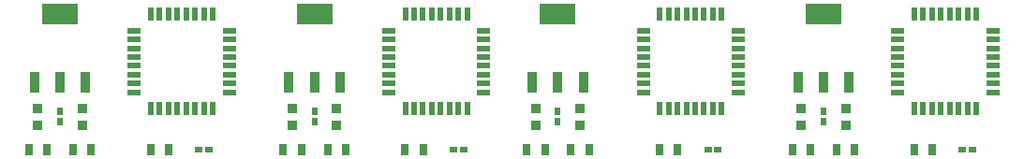
<source format=gbr>
G04 EAGLE Gerber RS-274X export*
G75*
%MOMM*%
%FSLAX34Y34*%
%LPD*%
%INSolderpaste Top*%
%IPPOS*%
%AMOC8*
5,1,8,0,0,1.08239X$1,22.5*%
G01*
G04 Define Apertures*
%ADD10R,0.897900X1.860300*%
%ADD11R,3.189100X1.860300*%
%ADD12R,0.970200X0.920900*%
%ADD13R,0.500000X0.700000*%
%ADD14R,0.798700X0.973900*%
%ADD15R,0.700000X0.500000*%
%ADD16R,1.270000X0.558800*%
%ADD17R,0.558800X1.270000*%
D10*
X97000Y191213D03*
X120000Y191213D03*
X143000Y191213D03*
D11*
X120000Y252713D03*
D12*
X100000Y152254D03*
X100000Y167746D03*
X140000Y167746D03*
X140000Y152254D03*
D13*
X120000Y164500D03*
X120000Y155500D03*
D14*
X108152Y130000D03*
X91848Y130000D03*
X148152Y130000D03*
X131848Y130000D03*
D10*
X327000Y191213D03*
X350000Y191213D03*
X373000Y191213D03*
D11*
X350000Y252713D03*
D12*
X330000Y152254D03*
X330000Y167746D03*
X370000Y167746D03*
X370000Y152254D03*
D13*
X350000Y164500D03*
X350000Y155500D03*
D14*
X338152Y130000D03*
X321848Y130000D03*
X378152Y130000D03*
X361848Y130000D03*
D10*
X547000Y191213D03*
X570000Y191213D03*
X593000Y191213D03*
D11*
X570000Y252713D03*
D12*
X550000Y152254D03*
X550000Y167746D03*
X590000Y167746D03*
X590000Y152254D03*
D13*
X570000Y155500D03*
X570000Y164500D03*
D14*
X558152Y130000D03*
X541848Y130000D03*
X598152Y130000D03*
X581848Y130000D03*
D10*
X787000Y191213D03*
X810000Y191213D03*
X833000Y191213D03*
D11*
X810000Y252713D03*
D12*
X790000Y152254D03*
X790000Y167746D03*
X830000Y167746D03*
X830000Y152254D03*
D13*
X810000Y155500D03*
X810000Y164500D03*
D14*
X781848Y130000D03*
X798152Y130000D03*
X838152Y130000D03*
X821848Y130000D03*
D15*
X254500Y130000D03*
X245500Y130000D03*
D14*
X201848Y130000D03*
X218152Y130000D03*
D15*
X484500Y130000D03*
X475500Y130000D03*
D14*
X431848Y130000D03*
X448152Y130000D03*
D15*
X714500Y130000D03*
X705500Y130000D03*
D14*
X661848Y130000D03*
X678152Y130000D03*
D15*
X944500Y130000D03*
X935500Y130000D03*
D14*
X891848Y130000D03*
X908152Y130000D03*
D16*
X187074Y238000D03*
X187074Y230000D03*
X187074Y222000D03*
X187074Y214000D03*
X187074Y206000D03*
X187074Y198000D03*
X187074Y190000D03*
X187074Y182000D03*
D17*
X202000Y167074D03*
X210000Y167074D03*
X218000Y167074D03*
X226000Y167074D03*
X234000Y167074D03*
X242000Y167074D03*
X250000Y167074D03*
X258000Y167074D03*
D16*
X272926Y182000D03*
X272926Y190000D03*
X272926Y198000D03*
X272926Y206000D03*
X272926Y214000D03*
X272926Y222000D03*
X272926Y230000D03*
X272926Y238000D03*
D17*
X258000Y252926D03*
X250000Y252926D03*
X242000Y252926D03*
X234000Y252926D03*
X226000Y252926D03*
X218000Y252926D03*
X210000Y252926D03*
X202000Y252926D03*
D16*
X417074Y238000D03*
X417074Y230000D03*
X417074Y222000D03*
X417074Y214000D03*
X417074Y206000D03*
X417074Y198000D03*
X417074Y190000D03*
X417074Y182000D03*
D17*
X432000Y167074D03*
X440000Y167074D03*
X448000Y167074D03*
X456000Y167074D03*
X464000Y167074D03*
X472000Y167074D03*
X480000Y167074D03*
X488000Y167074D03*
D16*
X502926Y182000D03*
X502926Y190000D03*
X502926Y198000D03*
X502926Y206000D03*
X502926Y214000D03*
X502926Y222000D03*
X502926Y230000D03*
X502926Y238000D03*
D17*
X488000Y252926D03*
X480000Y252926D03*
X472000Y252926D03*
X464000Y252926D03*
X456000Y252926D03*
X448000Y252926D03*
X440000Y252926D03*
X432000Y252926D03*
D16*
X647074Y238000D03*
X647074Y230000D03*
X647074Y222000D03*
X647074Y214000D03*
X647074Y206000D03*
X647074Y198000D03*
X647074Y190000D03*
X647074Y182000D03*
D17*
X662000Y167074D03*
X670000Y167074D03*
X678000Y167074D03*
X686000Y167074D03*
X694000Y167074D03*
X702000Y167074D03*
X710000Y167074D03*
X718000Y167074D03*
D16*
X732926Y182000D03*
X732926Y190000D03*
X732926Y198000D03*
X732926Y206000D03*
X732926Y214000D03*
X732926Y222000D03*
X732926Y230000D03*
X732926Y238000D03*
D17*
X718000Y252926D03*
X710000Y252926D03*
X702000Y252926D03*
X694000Y252926D03*
X686000Y252926D03*
X678000Y252926D03*
X670000Y252926D03*
X662000Y252926D03*
D16*
X877074Y238000D03*
X877074Y230000D03*
X877074Y222000D03*
X877074Y214000D03*
X877074Y206000D03*
X877074Y198000D03*
X877074Y190000D03*
X877074Y182000D03*
D17*
X892000Y167074D03*
X900000Y167074D03*
X908000Y167074D03*
X916000Y167074D03*
X924000Y167074D03*
X932000Y167074D03*
X940000Y167074D03*
X948000Y167074D03*
D16*
X962926Y182000D03*
X962926Y190000D03*
X962926Y198000D03*
X962926Y206000D03*
X962926Y214000D03*
X962926Y222000D03*
X962926Y230000D03*
X962926Y238000D03*
D17*
X948000Y252926D03*
X940000Y252926D03*
X932000Y252926D03*
X924000Y252926D03*
X916000Y252926D03*
X908000Y252926D03*
X900000Y252926D03*
X892000Y252926D03*
M02*

</source>
